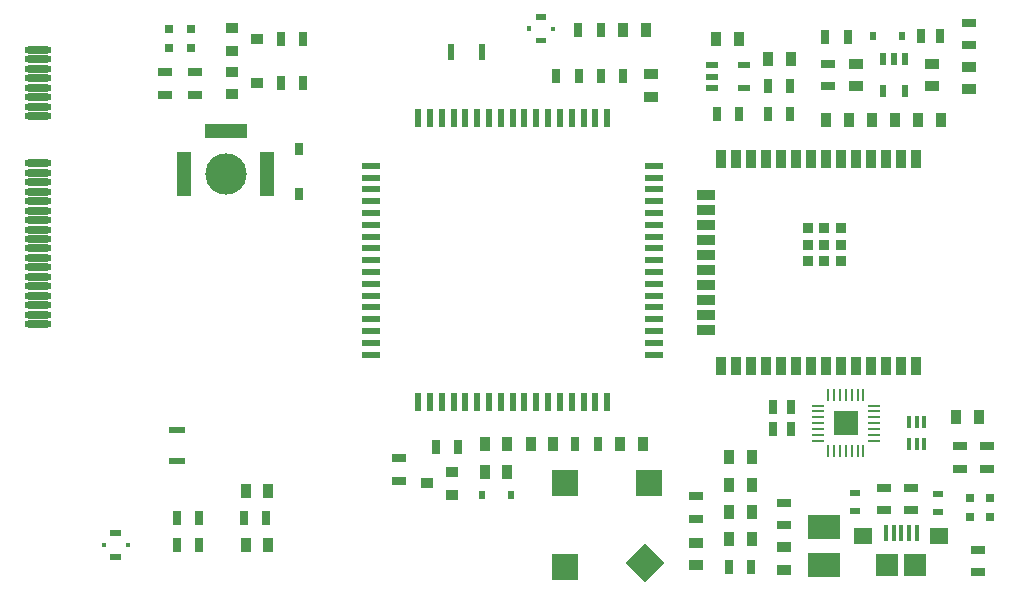
<source format=gtp>
G04*
G04 #@! TF.GenerationSoftware,Altium Limited,Altium Designer,22.0.2 (36)*
G04*
G04 Layer_Color=8421504*
%FSLAX44Y44*%
%MOMM*%
G71*
G04*
G04 #@! TF.SameCoordinates,5265F303-A955-4834-83B4-5BE1E65ADB8C*
G04*
G04*
G04 #@! TF.FilePolarity,Positive*
G04*
G01*
G75*
%ADD18R,0.6200X1.3600*%
%ADD19R,1.3600X0.6200*%
%ADD20O,2.3000X0.6000*%
%ADD21R,0.7000X1.3000*%
%ADD22R,0.9000X1.3000*%
%ADD23R,2.3000X2.3000*%
%ADD24R,2.3000X2.3000*%
%ADD25P,3.2527X4X180.0*%
%ADD26R,0.8000X1.0000*%
%ADD27R,3.6000X1.2000*%
%ADD28R,1.2000X3.8000*%
%ADD29C,3.5000*%
%ADD30R,1.3000X0.9000*%
%ADD31R,0.8000X0.8000*%
%ADD32R,1.3000X0.7000*%
%ADD33R,1.0000X0.8500*%
%ADD34R,0.9000X1.5000*%
%ADD35R,1.5000X0.9000*%
%ADD36R,0.9000X0.9000*%
%ADD37R,0.4000X1.3500*%
%ADD38R,1.6000X1.4000*%
%ADD39R,1.9000X1.9000*%
%ADD40R,1.6000X0.6000*%
%ADD41R,0.6000X1.6000*%
%ADD42R,2.7000X2.0000*%
%ADD43R,0.5500X1.0000*%
%ADD44R,1.0000X0.5500*%
%ADD45R,0.2700X0.9900*%
%ADD46R,0.9900X0.2700*%
%ADD47R,2.0554X2.0554*%
%ADD48R,0.4000X1.0900*%
%ADD49R,0.5588X0.6858*%
%ADD50R,0.9000X0.6000*%
G36*
X94500Y88500D02*
X85500D01*
Y93500D01*
X94500D01*
Y88500D01*
D02*
G37*
G36*
X102000Y79200D02*
X98400D01*
Y82800D01*
X102000D01*
Y79200D01*
D02*
G37*
G36*
X81800Y79100D02*
X78000D01*
Y82900D01*
X81800D01*
Y79100D01*
D02*
G37*
G36*
X94500Y68500D02*
X85500D01*
Y73500D01*
X94500D01*
Y68500D01*
D02*
G37*
G36*
X454500Y525500D02*
X445500D01*
Y530500D01*
X454500D01*
Y525500D01*
D02*
G37*
G36*
X462000Y516200D02*
X458400D01*
Y519800D01*
X462000D01*
Y516200D01*
D02*
G37*
G36*
X441800Y516100D02*
X438000D01*
Y519900D01*
X441800D01*
Y516100D01*
D02*
G37*
G36*
X454500Y505500D02*
X445500D01*
Y510500D01*
X454500D01*
Y505500D01*
D02*
G37*
D18*
X399900Y498000D02*
D03*
X374100D02*
D03*
D19*
X142000Y177900D02*
D03*
Y152100D02*
D03*
D20*
X24000Y404000D02*
D03*
Y388000D02*
D03*
Y380000D02*
D03*
Y372000D02*
D03*
Y396000D02*
D03*
Y500000D02*
D03*
Y444000D02*
D03*
Y452000D02*
D03*
Y460000D02*
D03*
Y468000D02*
D03*
Y476000D02*
D03*
Y484000D02*
D03*
Y492000D02*
D03*
Y364000D02*
D03*
Y356000D02*
D03*
Y348000D02*
D03*
Y292000D02*
D03*
Y300000D02*
D03*
Y308000D02*
D03*
Y316000D02*
D03*
Y276000D02*
D03*
Y284000D02*
D03*
Y332000D02*
D03*
Y340000D02*
D03*
Y324000D02*
D03*
Y268000D02*
D03*
D21*
X141500Y81000D02*
D03*
X160500D02*
D03*
X198500Y104000D02*
D03*
X217500D02*
D03*
X141500D02*
D03*
X160500D02*
D03*
X482000Y478000D02*
D03*
X463000D02*
D03*
X500500Y517000D02*
D03*
X481500D02*
D03*
X519500Y478000D02*
D03*
X500500D02*
D03*
X248500Y509000D02*
D03*
X229500D02*
D03*
X248500Y472000D02*
D03*
X229500D02*
D03*
X646000Y198000D02*
D03*
X662000D02*
D03*
X646000Y179000D02*
D03*
X662000D02*
D03*
X788000Y512000D02*
D03*
X772000D02*
D03*
X361000Y164000D02*
D03*
X380000D02*
D03*
X479000Y166000D02*
D03*
X498000D02*
D03*
X690500Y511000D02*
D03*
X709500D02*
D03*
X661000Y469500D02*
D03*
X642000D02*
D03*
X618000Y445500D02*
D03*
X599000D02*
D03*
X661000D02*
D03*
X642000D02*
D03*
X628000Y62000D02*
D03*
X609000D02*
D03*
D22*
X219000Y127000D02*
D03*
X200000D02*
D03*
X219000Y81000D02*
D03*
X200000D02*
D03*
X519500Y517000D02*
D03*
X538500D02*
D03*
X749500Y440500D02*
D03*
X730500D02*
D03*
X691500D02*
D03*
X710500D02*
D03*
X820500Y189000D02*
D03*
X801500D02*
D03*
X402500Y166000D02*
D03*
X421500D02*
D03*
X402500Y143000D02*
D03*
X421500D02*
D03*
X460500Y166000D02*
D03*
X441500D02*
D03*
X536000D02*
D03*
X517000D02*
D03*
X661500Y492500D02*
D03*
X642500D02*
D03*
X598500Y509500D02*
D03*
X617500D02*
D03*
X609500Y86000D02*
D03*
X628500D02*
D03*
X609500Y132000D02*
D03*
X628500D02*
D03*
X609500Y155000D02*
D03*
X628500D02*
D03*
X788500Y440500D02*
D03*
X769500D02*
D03*
X609500Y109000D02*
D03*
X628500D02*
D03*
D23*
X470500Y62500D02*
D03*
D24*
X541500Y133500D02*
D03*
X470500D02*
D03*
D25*
X538000Y66000D02*
D03*
D26*
X245000Y416000D02*
D03*
Y378000D02*
D03*
D27*
X183000Y431500D02*
D03*
D28*
X218000Y395000D02*
D03*
X148000D02*
D03*
D29*
X183000Y395000D02*
D03*
D30*
X543000Y479500D02*
D03*
Y460500D02*
D03*
X812000Y467000D02*
D03*
Y486000D02*
D03*
X781000Y488500D02*
D03*
Y469500D02*
D03*
X717000Y488500D02*
D03*
Y469500D02*
D03*
X656000Y60000D02*
D03*
Y79000D02*
D03*
X581000Y83000D02*
D03*
Y64000D02*
D03*
D31*
X154000Y502000D02*
D03*
Y518000D02*
D03*
X135000Y502000D02*
D03*
Y518000D02*
D03*
X813000Y121000D02*
D03*
Y105000D02*
D03*
X830000Y121000D02*
D03*
Y105000D02*
D03*
D32*
X157000Y462000D02*
D03*
Y481000D02*
D03*
X132000Y462000D02*
D03*
Y481000D02*
D03*
X581000Y103000D02*
D03*
Y122000D02*
D03*
X812000Y523000D02*
D03*
Y504000D02*
D03*
X330000Y154500D02*
D03*
Y135500D02*
D03*
X693000Y488500D02*
D03*
Y469500D02*
D03*
X805000Y145500D02*
D03*
Y164500D02*
D03*
X828000Y145500D02*
D03*
Y164500D02*
D03*
X740000Y110500D02*
D03*
Y129500D02*
D03*
X763000Y110500D02*
D03*
Y129500D02*
D03*
X820000Y77000D02*
D03*
Y58000D02*
D03*
X656000Y97500D02*
D03*
Y116500D02*
D03*
D33*
X188500Y499500D02*
D03*
Y518500D02*
D03*
X209500Y509000D02*
D03*
X188500Y462500D02*
D03*
Y481500D02*
D03*
X209500Y472000D02*
D03*
X374500Y142500D02*
D03*
Y123500D02*
D03*
X353500Y133000D02*
D03*
D34*
X767200Y407500D02*
D03*
X754500D02*
D03*
X741800D02*
D03*
X729100D02*
D03*
X716400D02*
D03*
X703700D02*
D03*
X691000D02*
D03*
X678300D02*
D03*
X665600D02*
D03*
X652900D02*
D03*
X640200D02*
D03*
X627500D02*
D03*
X614800D02*
D03*
X602100D02*
D03*
Y232500D02*
D03*
X614800D02*
D03*
X627500D02*
D03*
X640200D02*
D03*
X652900D02*
D03*
X665600D02*
D03*
X678300D02*
D03*
X691000D02*
D03*
X703700D02*
D03*
X716400D02*
D03*
X729100D02*
D03*
X741800D02*
D03*
X754500D02*
D03*
X767200D02*
D03*
D35*
X589600Y377150D02*
D03*
Y364450D02*
D03*
Y351750D02*
D03*
Y339050D02*
D03*
Y326350D02*
D03*
Y313650D02*
D03*
Y300950D02*
D03*
Y288250D02*
D03*
Y275550D02*
D03*
Y262850D02*
D03*
D36*
X704000Y349000D02*
D03*
Y335000D02*
D03*
Y321000D02*
D03*
X690000Y349000D02*
D03*
Y335000D02*
D03*
Y321000D02*
D03*
X676000Y349000D02*
D03*
Y335000D02*
D03*
Y321000D02*
D03*
D37*
X742000Y90750D02*
D03*
X748500D02*
D03*
X755000D02*
D03*
X761500D02*
D03*
X768000D02*
D03*
D38*
X787000Y88500D02*
D03*
X723000D02*
D03*
D39*
X743000Y64000D02*
D03*
X767000D02*
D03*
D40*
X306000Y242000D02*
D03*
Y252000D02*
D03*
Y262000D02*
D03*
Y272000D02*
D03*
Y282000D02*
D03*
Y292000D02*
D03*
Y302000D02*
D03*
Y312000D02*
D03*
Y322000D02*
D03*
Y332000D02*
D03*
Y342000D02*
D03*
Y352000D02*
D03*
Y362000D02*
D03*
Y372000D02*
D03*
Y382000D02*
D03*
Y392000D02*
D03*
Y402000D02*
D03*
X546000D02*
D03*
Y392000D02*
D03*
Y382000D02*
D03*
Y372000D02*
D03*
Y362000D02*
D03*
Y352000D02*
D03*
Y342000D02*
D03*
Y332000D02*
D03*
Y322000D02*
D03*
Y312000D02*
D03*
Y302000D02*
D03*
Y292000D02*
D03*
Y282000D02*
D03*
Y272000D02*
D03*
Y262000D02*
D03*
Y252000D02*
D03*
Y242000D02*
D03*
D41*
X346000Y442000D02*
D03*
X356000D02*
D03*
X366000D02*
D03*
X376000D02*
D03*
X386000D02*
D03*
X396000D02*
D03*
X406000D02*
D03*
X416000D02*
D03*
X426000D02*
D03*
X436000D02*
D03*
X446000D02*
D03*
X456000D02*
D03*
X466000D02*
D03*
X476000D02*
D03*
X486000D02*
D03*
X496000D02*
D03*
X506000D02*
D03*
Y202000D02*
D03*
X496000D02*
D03*
X486000D02*
D03*
X476000D02*
D03*
X466000D02*
D03*
X456000D02*
D03*
X446000D02*
D03*
X436000D02*
D03*
X426000D02*
D03*
X416000D02*
D03*
X406000D02*
D03*
X396000D02*
D03*
X386000D02*
D03*
X376000D02*
D03*
X366000D02*
D03*
X356000D02*
D03*
X346000D02*
D03*
D42*
X690000Y64000D02*
D03*
Y96000D02*
D03*
D43*
X739500Y465000D02*
D03*
X758500D02*
D03*
X739500Y492000D02*
D03*
X749000D02*
D03*
X758500D02*
D03*
D44*
X621500Y468000D02*
D03*
Y487000D02*
D03*
X594500Y468000D02*
D03*
Y477500D02*
D03*
Y487000D02*
D03*
D45*
X693000Y160400D02*
D03*
X698000D02*
D03*
X703000D02*
D03*
X708000D02*
D03*
X713000D02*
D03*
X718000D02*
D03*
X723000D02*
D03*
Y207600D02*
D03*
X718000D02*
D03*
X713000D02*
D03*
X708000D02*
D03*
X703000D02*
D03*
X698000D02*
D03*
X693000D02*
D03*
D46*
X731600Y169000D02*
D03*
Y174000D02*
D03*
Y179000D02*
D03*
Y184000D02*
D03*
Y189000D02*
D03*
Y194000D02*
D03*
Y199000D02*
D03*
X684400D02*
D03*
Y194000D02*
D03*
Y189000D02*
D03*
Y184000D02*
D03*
Y179000D02*
D03*
Y174000D02*
D03*
Y169000D02*
D03*
D47*
X708000Y184000D02*
D03*
D48*
X761500Y185200D02*
D03*
X768000D02*
D03*
X774500D02*
D03*
Y166800D02*
D03*
X768000D02*
D03*
X761500D02*
D03*
D49*
X731000Y512000D02*
D03*
X755384D02*
D03*
X424192Y123000D02*
D03*
X399808D02*
D03*
D50*
X786000Y109000D02*
D03*
Y124000D02*
D03*
X716000Y109500D02*
D03*
Y124500D02*
D03*
M02*

</source>
